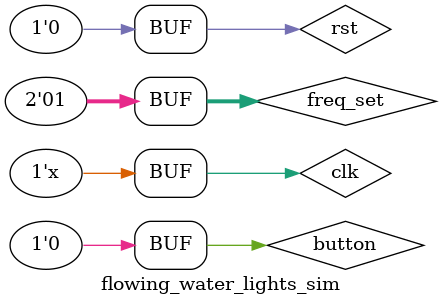
<source format=v>
`timescale 1ns/1ps        

module flowing_water_lights_sim();   
    reg clk;
    reg rst;
    reg button;
    reg [1:0]freq_set;
    wire [7:0]led;
    
    
   initial    
   begin
        clk = 1'b0;rst = 1'b1;button = 1'b1;freq_set = 2'b00;
        #5 rst = 1'b0;button = 1'b1;freq_set = 2'b00;
        #5 button = 1'b0;
        #500000000  rst = 1'b1;freq_set = 2'b01;
        #5 rst = 1'b0;button = 1'b1;freq_set = 2'b01;
        #5 button = 1'b0;                                                                   
   end
   always #5 clk = ~clk;
      
   flowing_water_lights u_flowing_water_ligts(
        .clk      (clk     ),
        .rst      (rst     ),
        .button   (button  ),
        .freq_set (freq_set),
        .led      (led     )
    );
endmodule

</source>
